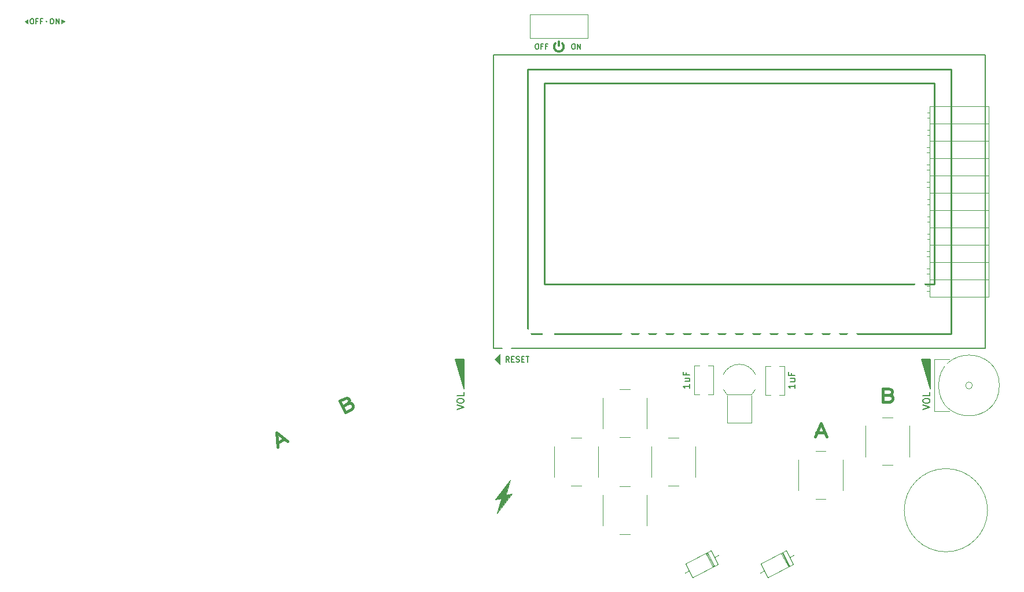
<source format=gbr>
G04 #@! TF.GenerationSoftware,KiCad,Pcbnew,(5.1.9-0-10_14)*
G04 #@! TF.CreationDate,2021-02-12T21:14:34-08:00*
G04 #@! TF.ProjectId,system,73797374-656d-42e6-9b69-6361645f7063,1.0-dev2*
G04 #@! TF.SameCoordinates,Original*
G04 #@! TF.FileFunction,Legend,Top*
G04 #@! TF.FilePolarity,Positive*
%FSLAX46Y46*%
G04 Gerber Fmt 4.6, Leading zero omitted, Abs format (unit mm)*
G04 Created by KiCad (PCBNEW (5.1.9-0-10_14)) date 2021-02-12 21:14:34*
%MOMM*%
%LPD*%
G01*
G04 APERTURE LIST*
%ADD10C,0.381000*%
%ADD11C,0.150000*%
%ADD12C,0.100000*%
%ADD13C,0.177800*%
%ADD14C,0.304800*%
%ADD15C,0.120000*%
%ADD16C,0.250000*%
%ADD17C,0.050800*%
%ADD18C,0.300000*%
%ADD19O,1.801600X1.801600*%
%ADD20C,1.801600*%
%ADD21C,2.101600*%
%ADD22C,3.851600*%
%ADD23C,1.851600*%
%ADD24C,1.401600*%
%ADD25C,0.609600*%
%ADD26C,5.501599*%
%ADD27C,5.501600*%
%ADD28C,1.701600*%
%ADD29O,1.701600X1.701600*%
%ADD30C,1.625600*%
%ADD31C,2.201600*%
%ADD32C,1.621600*%
G04 APERTURE END LIST*
D10*
X161562428Y-123307928D02*
X161925285Y-123398642D01*
X162046238Y-123489357D01*
X162167190Y-123670785D01*
X162167190Y-123942928D01*
X162046238Y-124124357D01*
X161925285Y-124215071D01*
X161683380Y-124305785D01*
X160715761Y-124305785D01*
X160715761Y-122400785D01*
X161562428Y-122400785D01*
X161804333Y-122491500D01*
X161925285Y-122582214D01*
X162046238Y-122763642D01*
X162046238Y-122945071D01*
X161925285Y-123126500D01*
X161804333Y-123217214D01*
X161562428Y-123307928D01*
X160715761Y-123307928D01*
X150997238Y-128841500D02*
X152206761Y-128841500D01*
X150755333Y-129385785D02*
X151602000Y-127480785D01*
X152448666Y-129385785D01*
D11*
X38354000Y-68580000D02*
G75*
G03*
X38354000Y-68580000I-63500J0D01*
G01*
D12*
G36*
X40957500Y-68580000D02*
G01*
X40513000Y-68897500D01*
X40513000Y-68262500D01*
X40957500Y-68580000D01*
G37*
X40957500Y-68580000D02*
X40513000Y-68897500D01*
X40513000Y-68262500D01*
X40957500Y-68580000D01*
G36*
X35560000Y-68897500D02*
G01*
X35115500Y-68580000D01*
X35560000Y-68262500D01*
X35560000Y-68897500D01*
G37*
X35560000Y-68897500D02*
X35115500Y-68580000D01*
X35560000Y-68262500D01*
X35560000Y-68897500D01*
D13*
X115352285Y-71845714D02*
X115497428Y-71845714D01*
X115570000Y-71882000D01*
X115642571Y-71954571D01*
X115678857Y-72099714D01*
X115678857Y-72353714D01*
X115642571Y-72498857D01*
X115570000Y-72571428D01*
X115497428Y-72607714D01*
X115352285Y-72607714D01*
X115279714Y-72571428D01*
X115207142Y-72498857D01*
X115170857Y-72353714D01*
X115170857Y-72099714D01*
X115207142Y-71954571D01*
X115279714Y-71882000D01*
X115352285Y-71845714D01*
X116005428Y-72607714D02*
X116005428Y-71845714D01*
X116440857Y-72607714D01*
X116440857Y-71845714D01*
X39025285Y-68162714D02*
X39170428Y-68162714D01*
X39243000Y-68199000D01*
X39315571Y-68271571D01*
X39351857Y-68416714D01*
X39351857Y-68670714D01*
X39315571Y-68815857D01*
X39243000Y-68888428D01*
X39170428Y-68924714D01*
X39025285Y-68924714D01*
X38952714Y-68888428D01*
X38880142Y-68815857D01*
X38843857Y-68670714D01*
X38843857Y-68416714D01*
X38880142Y-68271571D01*
X38952714Y-68199000D01*
X39025285Y-68162714D01*
X39678428Y-68924714D02*
X39678428Y-68162714D01*
X40113857Y-68924714D01*
X40113857Y-68162714D01*
X36104285Y-68162714D02*
X36249428Y-68162714D01*
X36322000Y-68199000D01*
X36394571Y-68271571D01*
X36430857Y-68416714D01*
X36430857Y-68670714D01*
X36394571Y-68815857D01*
X36322000Y-68888428D01*
X36249428Y-68924714D01*
X36104285Y-68924714D01*
X36031714Y-68888428D01*
X35959142Y-68815857D01*
X35922857Y-68670714D01*
X35922857Y-68416714D01*
X35959142Y-68271571D01*
X36031714Y-68199000D01*
X36104285Y-68162714D01*
X37011428Y-68525571D02*
X36757428Y-68525571D01*
X36757428Y-68924714D02*
X36757428Y-68162714D01*
X37120285Y-68162714D01*
X37664571Y-68525571D02*
X37410571Y-68525571D01*
X37410571Y-68924714D02*
X37410571Y-68162714D01*
X37773428Y-68162714D01*
D12*
G36*
X104267000Y-140716000D02*
G01*
X105029000Y-138049000D01*
X106426000Y-137795000D01*
X104267000Y-140716000D01*
G37*
X104267000Y-140716000D02*
X105029000Y-138049000D01*
X106426000Y-137795000D01*
X104267000Y-140716000D01*
G36*
X105410000Y-138430000D02*
G01*
X104013000Y-138684000D01*
X106172000Y-135763000D01*
X105410000Y-138430000D01*
G37*
X105410000Y-138430000D02*
X104013000Y-138684000D01*
X106172000Y-135763000D01*
X105410000Y-138430000D01*
G36*
X104648000Y-118872000D02*
G01*
X103886000Y-118110000D01*
X104648000Y-117348000D01*
X104648000Y-118872000D01*
G37*
X104648000Y-118872000D02*
X103886000Y-118110000D01*
X104648000Y-117348000D01*
X104648000Y-118872000D01*
D14*
X113284000Y-71501000D02*
X113284000Y-72136000D01*
X112776000Y-71755000D02*
G75*
G03*
X113792000Y-71755000I508000J-508000D01*
G01*
D13*
X110018285Y-71845714D02*
X110163428Y-71845714D01*
X110236000Y-71882000D01*
X110308571Y-71954571D01*
X110344857Y-72099714D01*
X110344857Y-72353714D01*
X110308571Y-72498857D01*
X110236000Y-72571428D01*
X110163428Y-72607714D01*
X110018285Y-72607714D01*
X109945714Y-72571428D01*
X109873142Y-72498857D01*
X109836857Y-72353714D01*
X109836857Y-72099714D01*
X109873142Y-71954571D01*
X109945714Y-71882000D01*
X110018285Y-71845714D01*
X110925428Y-72208571D02*
X110671428Y-72208571D01*
X110671428Y-72607714D02*
X110671428Y-71845714D01*
X111034285Y-71845714D01*
X111578571Y-72208571D02*
X111324571Y-72208571D01*
X111324571Y-72607714D02*
X111324571Y-71845714D01*
X111687428Y-71845714D01*
D11*
G36*
X98171000Y-118110000D02*
G01*
X99421000Y-122428000D01*
X99421000Y-118110000D01*
X98171000Y-118110000D01*
G37*
X98171000Y-118110000D02*
X99421000Y-122428000D01*
X99421000Y-118110000D01*
X98171000Y-118110000D01*
D15*
X167576000Y-95356000D02*
X167226000Y-95356000D01*
X167576000Y-94636000D02*
X167226000Y-94636000D01*
X167576000Y-92816000D02*
X167166000Y-92816000D01*
X167576000Y-92096000D02*
X167166000Y-92096000D01*
X167576000Y-90276000D02*
X167166000Y-90276000D01*
X167576000Y-89556000D02*
X167166000Y-89556000D01*
X167576000Y-87736000D02*
X167166000Y-87736000D01*
X167576000Y-87016000D02*
X167166000Y-87016000D01*
X176206000Y-93726000D02*
X167576000Y-93726000D01*
X176206000Y-91186000D02*
X167576000Y-91186000D01*
X176206000Y-88646000D02*
X167576000Y-88646000D01*
X176206000Y-96266000D02*
X167576000Y-96266000D01*
X167576000Y-98806000D02*
X167576000Y-81026000D01*
X176206000Y-86106000D02*
X167576000Y-86106000D01*
X176206000Y-98806000D02*
X176206000Y-81026000D01*
X176206000Y-98806000D02*
X167576000Y-98806000D01*
X176206000Y-81026000D02*
X167576000Y-81026000D01*
X167576000Y-97896000D02*
X167226000Y-97896000D01*
X167576000Y-97176000D02*
X167226000Y-97176000D01*
X167576000Y-85196000D02*
X167226000Y-85196000D01*
X167576000Y-84476000D02*
X167226000Y-84476000D01*
X176206000Y-108966000D02*
X167576000Y-108966000D01*
X176206000Y-106426000D02*
X167576000Y-106426000D01*
X167576000Y-102976000D02*
X167166000Y-102976000D01*
X167576000Y-102256000D02*
X167166000Y-102256000D01*
X167576000Y-108056000D02*
X167166000Y-108056000D01*
X167576000Y-107336000D02*
X167166000Y-107336000D01*
X167576000Y-108966000D02*
X167576000Y-98806000D01*
X176206000Y-101346000D02*
X167576000Y-101346000D01*
X176206000Y-103886000D02*
X167576000Y-103886000D01*
X176206000Y-108966000D02*
X167576000Y-108966000D01*
X167576000Y-105516000D02*
X167166000Y-105516000D01*
X167576000Y-104796000D02*
X167166000Y-104796000D01*
X176206000Y-108966000D02*
X176206000Y-98806000D01*
X167576000Y-100436000D02*
X167226000Y-100436000D01*
X167576000Y-99716000D02*
X167226000Y-99716000D01*
X167576000Y-81936000D02*
X167226000Y-81936000D01*
X167576000Y-82656000D02*
X167226000Y-82656000D01*
X176206000Y-83566000D02*
X167576000Y-83566000D01*
D11*
X103700000Y-73496000D02*
X175700000Y-73496000D01*
X103700000Y-116496000D02*
X175700000Y-116496000D01*
X175700000Y-73496000D02*
X175700000Y-116496000D01*
X103700000Y-73496000D02*
X103700000Y-116496000D01*
D16*
X111200000Y-77596000D02*
X168200000Y-77596000D01*
X111200000Y-107096000D02*
X168200000Y-107096000D01*
X108700000Y-75596000D02*
X170700000Y-75596000D01*
X108700000Y-75596000D02*
X108700000Y-114396000D01*
X170700000Y-75596000D02*
X170700000Y-114396000D01*
X108700000Y-114396000D02*
X170700000Y-114396000D01*
X111200000Y-77596000D02*
X111200000Y-107096000D01*
X168200000Y-77596000D02*
X168200000Y-107096000D01*
D15*
X154852000Y-137303000D02*
X154852000Y-132803000D01*
X150852000Y-138553000D02*
X152352000Y-138553000D01*
X148352000Y-132803000D02*
X148352000Y-137303000D01*
X152352000Y-131553000D02*
X150852000Y-131553000D01*
X164631000Y-132350000D02*
X164631000Y-127850000D01*
X160631000Y-133600000D02*
X162131000Y-133600000D01*
X158131000Y-127850000D02*
X158131000Y-132350000D01*
X162131000Y-126600000D02*
X160631000Y-126600000D01*
X126186000Y-128234000D02*
X126186000Y-123734000D01*
X122186000Y-129484000D02*
X123686000Y-129484000D01*
X119686000Y-123734000D02*
X119686000Y-128234000D01*
X123686000Y-122484000D02*
X122186000Y-122484000D01*
X119686000Y-137958000D02*
X119686000Y-142458000D01*
X123686000Y-136708000D02*
X122186000Y-136708000D01*
X126186000Y-142458000D02*
X126186000Y-137958000D01*
X122186000Y-143708000D02*
X123686000Y-143708000D01*
X119074000Y-135346000D02*
X119074000Y-130846000D01*
X115074000Y-136596000D02*
X116574000Y-136596000D01*
X112574000Y-130846000D02*
X112574000Y-135346000D01*
X116574000Y-129596000D02*
X115074000Y-129596000D01*
X126798000Y-130846000D02*
X126798000Y-135346000D01*
X130798000Y-129596000D02*
X129298000Y-129596000D01*
X133298000Y-135346000D02*
X133298000Y-130846000D01*
X129298000Y-136596000D02*
X130798000Y-136596000D01*
X168224000Y-125730000D02*
X168224000Y-118110000D01*
X168224000Y-125730000D02*
X170434000Y-125730000D01*
X177749000Y-121920000D02*
G75*
G03*
X177749000Y-121920000I-4445000J0D01*
G01*
X168224000Y-118110000D02*
X170434000Y-118110000D01*
X173804000Y-121920000D02*
G75*
G03*
X173804000Y-121920000I-500000J0D01*
G01*
D11*
G36*
X166370000Y-118110000D02*
G01*
X167620000Y-122428000D01*
X167620000Y-118110000D01*
X166370000Y-118110000D01*
G37*
X166370000Y-118110000D02*
X167620000Y-122428000D01*
X167620000Y-118110000D01*
X166370000Y-118110000D01*
D15*
X176026000Y-140208000D02*
G75*
G03*
X176026000Y-140208000I-6100000J0D01*
G01*
X135863000Y-119018000D02*
X135863000Y-123258000D01*
X133123000Y-119018000D02*
X133123000Y-123258000D01*
X135863000Y-119018000D02*
X135158000Y-119018000D01*
X133828000Y-119018000D02*
X133123000Y-119018000D01*
X135863000Y-123258000D02*
X135158000Y-123258000D01*
X133828000Y-123258000D02*
X133123000Y-123258000D01*
X145572000Y-119058000D02*
X146277000Y-119058000D01*
X143537000Y-119058000D02*
X144242000Y-119058000D01*
X145572000Y-123298000D02*
X146277000Y-123298000D01*
X143537000Y-123298000D02*
X144242000Y-123298000D01*
X146277000Y-123298000D02*
X146277000Y-119058000D01*
X143537000Y-123298000D02*
X143537000Y-119058000D01*
X147075904Y-148392332D02*
X146041587Y-146405428D01*
X146863021Y-148503152D02*
X145828704Y-146516248D01*
X146969462Y-148447742D02*
X145935145Y-146460838D01*
X142753469Y-149379782D02*
X143330026Y-149079645D01*
X147667509Y-146821695D02*
X147090952Y-147121831D01*
X143847184Y-150073097D02*
X147608110Y-148115283D01*
X142812867Y-148086193D02*
X143847184Y-150073097D01*
X146573793Y-146128379D02*
X142812867Y-148086193D01*
X147608110Y-148115283D02*
X146573793Y-146128379D01*
X136587133Y-148115283D02*
X135552816Y-146128379D01*
X135552816Y-146128379D02*
X131791890Y-148086193D01*
X131791890Y-148086193D02*
X132826207Y-150073097D01*
X132826207Y-150073097D02*
X136587133Y-148115283D01*
X136646532Y-146821695D02*
X136069975Y-147121831D01*
X131732492Y-149379782D02*
X132309049Y-149079645D01*
X135948485Y-148447742D02*
X134914168Y-146460838D01*
X135842044Y-148503152D02*
X134807727Y-146516248D01*
X136054927Y-148392332D02*
X135020610Y-146405428D01*
X109029500Y-67513200D02*
X117538500Y-67513200D01*
X109029500Y-71018400D02*
X109029500Y-67513200D01*
X117538500Y-71018400D02*
X117538500Y-67513200D01*
X109029500Y-71018400D02*
X117538500Y-71018400D01*
X137900000Y-123262000D02*
X141500000Y-123262000D01*
D17*
X137922000Y-123444000D02*
X137922000Y-127381000D01*
X137922000Y-127381000D02*
X141478000Y-127381000D01*
X141478000Y-127381000D02*
X141478000Y-123444000D01*
D15*
X142024184Y-122534795D02*
G75*
G02*
X141500000Y-123262000I-2324184J1122795D01*
G01*
X142056400Y-120313193D02*
G75*
G03*
X139700000Y-118812000I-2356400J-1098807D01*
G01*
X137343600Y-120313193D02*
G75*
G02*
X139700000Y-118812000I2356400J-1098807D01*
G01*
X137375816Y-122534795D02*
G75*
G03*
X137900000Y-123262000I2324184J1122795D01*
G01*
D13*
X98376619Y-125488095D02*
X99392619Y-125149428D01*
X98376619Y-124810761D01*
X98376619Y-124278571D02*
X98376619Y-124085047D01*
X98425000Y-123988285D01*
X98521761Y-123891523D01*
X98715285Y-123843142D01*
X99053952Y-123843142D01*
X99247476Y-123891523D01*
X99344238Y-123988285D01*
X99392619Y-124085047D01*
X99392619Y-124278571D01*
X99344238Y-124375333D01*
X99247476Y-124472095D01*
X99053952Y-124520476D01*
X98715285Y-124520476D01*
X98521761Y-124472095D01*
X98425000Y-124375333D01*
X98376619Y-124278571D01*
X99392619Y-122923904D02*
X99392619Y-123407714D01*
X98376619Y-123407714D01*
D10*
X72067344Y-130322853D02*
X73140205Y-129764357D01*
X72104095Y-130917340D02*
X71975467Y-128836637D01*
X73606100Y-130135446D01*
X82334268Y-124604508D02*
X82698013Y-124517424D01*
X82847186Y-124542039D01*
X83038247Y-124647119D01*
X83163909Y-124888512D01*
X83140397Y-125105291D01*
X83074998Y-125241605D01*
X82902313Y-125433769D01*
X82044024Y-125880566D01*
X81164393Y-124190810D01*
X81915396Y-123799863D01*
X82171855Y-123768628D01*
X82321028Y-123793243D01*
X82512089Y-123898323D01*
X82595863Y-124059252D01*
X82572352Y-124276030D01*
X82506953Y-124412345D01*
X82334268Y-124604508D01*
X81583265Y-124995455D01*
D13*
X166575619Y-125488095D02*
X167591619Y-125149428D01*
X166575619Y-124810761D01*
X166575619Y-124278571D02*
X166575619Y-124085047D01*
X166624000Y-123988285D01*
X166720761Y-123891523D01*
X166914285Y-123843142D01*
X167252952Y-123843142D01*
X167446476Y-123891523D01*
X167543238Y-123988285D01*
X167591619Y-124085047D01*
X167591619Y-124278571D01*
X167543238Y-124375333D01*
X167446476Y-124472095D01*
X167252952Y-124520476D01*
X166914285Y-124520476D01*
X166720761Y-124472095D01*
X166624000Y-124375333D01*
X166575619Y-124278571D01*
X167591619Y-122923904D02*
X167591619Y-123407714D01*
X166575619Y-123407714D01*
D11*
X132445380Y-121733238D02*
X132445380Y-122304666D01*
X132445380Y-122018952D02*
X131445380Y-122018952D01*
X131588238Y-122114190D01*
X131683476Y-122209428D01*
X131731095Y-122304666D01*
X131778714Y-120876095D02*
X132445380Y-120876095D01*
X131778714Y-121304666D02*
X132302523Y-121304666D01*
X132397761Y-121257047D01*
X132445380Y-121161809D01*
X132445380Y-121018952D01*
X132397761Y-120923714D01*
X132350142Y-120876095D01*
X131921571Y-120066571D02*
X131921571Y-120399904D01*
X132445380Y-120399904D02*
X131445380Y-120399904D01*
X131445380Y-119923714D01*
X147859380Y-121773238D02*
X147859380Y-122344666D01*
X147859380Y-122058952D02*
X146859380Y-122058952D01*
X147002238Y-122154190D01*
X147097476Y-122249428D01*
X147145095Y-122344666D01*
X147192714Y-120916095D02*
X147859380Y-120916095D01*
X147192714Y-121344666D02*
X147716523Y-121344666D01*
X147811761Y-121297047D01*
X147859380Y-121201809D01*
X147859380Y-121058952D01*
X147811761Y-120963714D01*
X147764142Y-120916095D01*
X147335571Y-120106571D02*
X147335571Y-120439904D01*
X147859380Y-120439904D02*
X146859380Y-120439904D01*
X146859380Y-119963714D01*
X106026095Y-118471904D02*
X105759428Y-118090952D01*
X105568952Y-118471904D02*
X105568952Y-117671904D01*
X105873714Y-117671904D01*
X105949904Y-117710000D01*
X105988000Y-117748095D01*
X106026095Y-117824285D01*
X106026095Y-117938571D01*
X105988000Y-118014761D01*
X105949904Y-118052857D01*
X105873714Y-118090952D01*
X105568952Y-118090952D01*
X106368952Y-118052857D02*
X106635619Y-118052857D01*
X106749904Y-118471904D02*
X106368952Y-118471904D01*
X106368952Y-117671904D01*
X106749904Y-117671904D01*
X107054666Y-118433809D02*
X107168952Y-118471904D01*
X107359428Y-118471904D01*
X107435619Y-118433809D01*
X107473714Y-118395714D01*
X107511809Y-118319523D01*
X107511809Y-118243333D01*
X107473714Y-118167142D01*
X107435619Y-118129047D01*
X107359428Y-118090952D01*
X107207047Y-118052857D01*
X107130857Y-118014761D01*
X107092761Y-117976666D01*
X107054666Y-117900476D01*
X107054666Y-117824285D01*
X107092761Y-117748095D01*
X107130857Y-117710000D01*
X107207047Y-117671904D01*
X107397523Y-117671904D01*
X107511809Y-117710000D01*
X107854666Y-118052857D02*
X108121333Y-118052857D01*
X108235619Y-118471904D02*
X107854666Y-118471904D01*
X107854666Y-117671904D01*
X108235619Y-117671904D01*
X108464190Y-117671904D02*
X108921333Y-117671904D01*
X108692761Y-118471904D02*
X108692761Y-117671904D01*
%LPC*%
D18*
X77141378Y-138760262D02*
G75*
G02*
X73281622Y-131345738I-1929878J3707262D01*
G01*
X83060622Y-126392738D02*
G75*
G02*
X86920378Y-133807262I1929878J-3707262D01*
G01*
X86920378Y-133807262D02*
X77141378Y-138760262D01*
X83060622Y-126392738D02*
X73281622Y-131345738D01*
D11*
X37395000Y-66865500D02*
X37395000Y-67691000D01*
X36895000Y-66865500D02*
X36895000Y-67691000D01*
X36395000Y-66865500D02*
X36395000Y-67691000D01*
X40513000Y-67691000D02*
G75*
G02*
X40513000Y-69469000I0J-889000D01*
G01*
X35560000Y-69469000D02*
G75*
G02*
X35560000Y-67691000I0J889000D01*
G01*
X35560000Y-67691000D02*
X40513000Y-67691000D01*
X40513000Y-69469000D02*
X35560000Y-69469000D01*
D18*
X93654500Y-66675000D02*
X93654500Y-73660000D01*
X32964500Y-66675000D02*
X32964500Y-73660000D01*
X25400000Y-73660000D02*
X100965000Y-73660000D01*
X53657500Y-133096000D02*
G75*
G03*
X53657500Y-133096000I-7112000J0D01*
G01*
D19*
X166116000Y-84836000D03*
X166116000Y-100076000D03*
X166116000Y-107696000D03*
X166116000Y-102616000D03*
X166116000Y-105156000D03*
X166116000Y-82296000D03*
D20*
X166116000Y-97536000D03*
D19*
X166116000Y-87376000D03*
X166116000Y-89916000D03*
X166116000Y-92456000D03*
D20*
X166116000Y-94996000D03*
X106200000Y-102616000D03*
X106200000Y-100076000D03*
X106200000Y-97536000D03*
X106200000Y-94996000D03*
X106200000Y-92456000D03*
X106200000Y-89916000D03*
X106200000Y-87376000D03*
D21*
X153852000Y-138303000D03*
X149352000Y-138303000D03*
X153852000Y-131803000D03*
X149352000Y-131803000D03*
X163631000Y-133350000D03*
X159131000Y-133350000D03*
X163631000Y-126850000D03*
X159131000Y-126850000D03*
X125186000Y-129234000D03*
X120686000Y-129234000D03*
X125186000Y-122734000D03*
X120686000Y-122734000D03*
X120686000Y-136958000D03*
X125186000Y-136958000D03*
X120686000Y-143458000D03*
X125186000Y-143458000D03*
X118074000Y-136346000D03*
X113574000Y-136346000D03*
X118074000Y-129846000D03*
X113574000Y-129846000D03*
X127798000Y-129846000D03*
X132298000Y-129846000D03*
X127798000Y-136346000D03*
X132298000Y-136346000D03*
D22*
X249999500Y-70104000D03*
X232854500Y-151130000D03*
X182181500Y-70104000D03*
X182181500Y-151130000D03*
D23*
X156210000Y-109920000D03*
X153670000Y-109920000D03*
X151130000Y-109920000D03*
X148590000Y-109920000D03*
X146050000Y-109920000D03*
X143510000Y-109920000D03*
X140970000Y-109920000D03*
X138430000Y-109920000D03*
X135890000Y-109920000D03*
X133350000Y-109920000D03*
X130810000Y-109920000D03*
X128270000Y-109920000D03*
X125730000Y-109920000D03*
X123190000Y-109920000D03*
X123190000Y-115000000D03*
X125730000Y-115000000D03*
X128270000Y-115000000D03*
X130810000Y-115000000D03*
X133350000Y-115000000D03*
X135890000Y-115000000D03*
X156210000Y-115000000D03*
X153670000Y-115000000D03*
X151130000Y-115000000D03*
X148590000Y-115000000D03*
X146050000Y-115000000D03*
X143510000Y-115000000D03*
X138430000Y-115000000D03*
X140970000Y-115000000D03*
D24*
X170434000Y-121920000D03*
X170434000Y-124460000D03*
X170434000Y-119380000D03*
D22*
X97218500Y-70104000D03*
X80073500Y-151130000D03*
X29400500Y-70104000D03*
X29400500Y-151130000D03*
D25*
X178911000Y-131318000D03*
X178911000Y-130429000D03*
X178911000Y-132207000D03*
X176879000Y-130429000D03*
X176879000Y-131318000D03*
X176879000Y-132207000D03*
X176879000Y-97028000D03*
X176879000Y-96139000D03*
X176879000Y-95250000D03*
X178911000Y-97028000D03*
X178911000Y-95250000D03*
X178911000Y-96139000D03*
X100489000Y-96139000D03*
X100489000Y-97028000D03*
X100489000Y-95250000D03*
X102521000Y-97028000D03*
X102521000Y-96139000D03*
X102521000Y-95250000D03*
X102521000Y-130429000D03*
X102521000Y-131318000D03*
X102521000Y-132207000D03*
X100489000Y-130429000D03*
X100489000Y-132207000D03*
X100489000Y-131318000D03*
D26*
X105791000Y-151130000D03*
X105791000Y-70104000D03*
X156464000Y-151130000D03*
D27*
X173609000Y-70104000D03*
D23*
X172426000Y-140208000D03*
X167426000Y-140208000D03*
D28*
X134493000Y-119888000D03*
X134493000Y-122388000D03*
X144907000Y-119928000D03*
X144907000Y-122428000D03*
G36*
G01*
X142585646Y-149467144D02*
X142585646Y-149467144D01*
G75*
G02*
X142223833Y-150614669I-754669J-392856D01*
G01*
X142223833Y-150614669D01*
G75*
G02*
X141076308Y-150252856I-392856J754669D01*
G01*
X141076308Y-150252856D01*
G75*
G02*
X141438121Y-149105331I754669J392856D01*
G01*
X141438121Y-149105331D01*
G75*
G02*
X142585646Y-149467144I392856J-754669D01*
G01*
G37*
G36*
G01*
X148975270Y-145239011D02*
X149714068Y-146658229D01*
G75*
G02*
X149692465Y-146726746I-45060J-23457D01*
G01*
X148273247Y-147465544D01*
G75*
G02*
X148204730Y-147443941I-23457J45060D01*
G01*
X147465932Y-146024723D01*
G75*
G02*
X147487535Y-145956206I45060J23457D01*
G01*
X148906753Y-145217408D01*
G75*
G02*
X148975270Y-145239011I23457J-45060D01*
G01*
G37*
G36*
G01*
X137954293Y-145239011D02*
X138693091Y-146658229D01*
G75*
G02*
X138671488Y-146726746I-45060J-23457D01*
G01*
X137252270Y-147465544D01*
G75*
G02*
X137183753Y-147443941I-23457J45060D01*
G01*
X136444955Y-146024723D01*
G75*
G02*
X136466558Y-145956206I45060J23457D01*
G01*
X137885776Y-145217408D01*
G75*
G02*
X137954293Y-145239011I23457J-45060D01*
G01*
G37*
G36*
G01*
X131564669Y-149467144D02*
X131564669Y-149467144D01*
G75*
G02*
X131202856Y-150614669I-754669J-392856D01*
G01*
X131202856Y-150614669D01*
G75*
G02*
X130055331Y-150252856I-392856J754669D01*
G01*
X130055331Y-150252856D01*
G75*
G02*
X130417144Y-149105331I754669J392856D01*
G01*
X130417144Y-149105331D01*
G75*
G02*
X131564669Y-149467144I392856J-754669D01*
G01*
G37*
X111760000Y-114300000D03*
D29*
X111760000Y-121920000D03*
D30*
X110794800Y-70104000D03*
X113284000Y-70104000D03*
X115773200Y-70104000D03*
D31*
X108154000Y-121584000D03*
D23*
X105664000Y-120324000D03*
X105664000Y-115824000D03*
D31*
X108154000Y-114574000D03*
D20*
X114554000Y-145161000D03*
X112014000Y-145161000D03*
X117094000Y-145161000D03*
X109474000Y-145161000D03*
D32*
X137160000Y-121412000D03*
X142240000Y-121412000D03*
X139700000Y-121412000D03*
M02*

</source>
